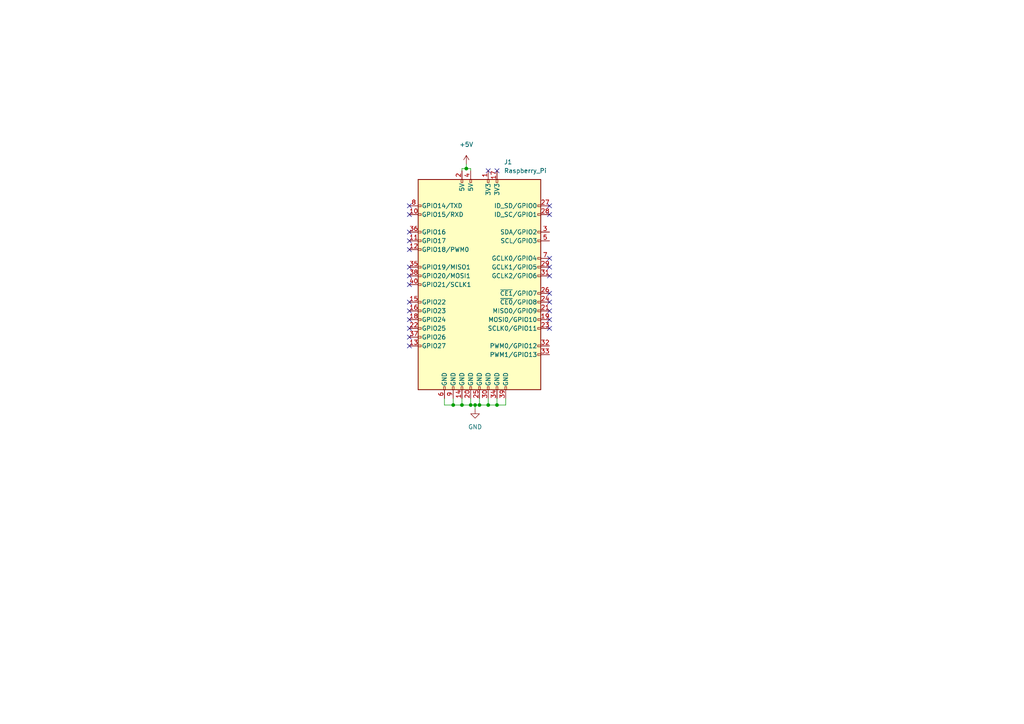
<source format=kicad_sch>
(kicad_sch (version 20211123) (generator eeschema)
  (paper "A4")
  (lib_symbols
    (symbol "Connector:Raspberry_Pi_2_3" (pin_names (offset 1.016))
      (property "Reference" "J" (at -17.78 31.75 0))
      (property "Value" "Raspberry_Pi_2_3" (at 10.16 -31.75 0))
      (symbol "Raspberry_Pi_2_3_0_1"
        (rectangle (start -17.78 30.48) (end 17.78 -30.48) (stroke (width 0.254)) (fill (type background)))
      )
      (symbol "Raspberry_Pi_2_3_1_1"
        (rectangle (start -16.891 -17.526) (end -17.78 -18.034))
        (rectangle (start -16.891 -14.986) (end -17.78 -15.494))
        (rectangle (start -16.891 -12.446) (end -17.78 -12.954))
        (rectangle (start -16.891 -9.906) (end -17.78 -10.414))
        (rectangle (start -16.891 -7.366) (end -17.78 -7.874))
        (rectangle (start -16.891 -4.826) (end -17.78 -5.334))
        (rectangle (start -16.891 0.254) (end -17.78 -0.254))
        (rectangle (start -16.891 2.794) (end -17.78 2.286))
        (rectangle (start -16.891 5.334) (end -17.78 4.826))
        (rectangle (start -16.891 10.414) (end -17.78 9.906))
        (rectangle (start -16.891 12.954) (end -17.78 12.446))
        (rectangle (start -16.891 15.494) (end -17.78 14.986))
        (rectangle (start -16.891 20.574) (end -17.78 20.066))
        (rectangle (start -16.891 23.114) (end -17.78 22.606))
        (rectangle (start -10.414 -29.591) (end -9.906 -30.48))
        (rectangle (start -7.874 -29.591) (end -7.366 -30.48))
        (rectangle (start -5.334 -29.591) (end -4.826 -30.48))
        (rectangle (start -5.334 30.48) (end -4.826 29.591))
        (rectangle (start -2.794 -29.591) (end -2.286 -30.48))
        (rectangle (start -2.794 30.48) (end -2.286 29.591))
        (rectangle (start -0.254 -29.591) (end 0.254 -30.48))
        (rectangle (start 2.286 -29.591) (end 2.794 -30.48))
        (rectangle (start 2.286 30.48) (end 2.794 29.591))
        (rectangle (start 4.826 -29.591) (end 5.334 -30.48))
        (rectangle (start 4.826 30.48) (end 5.334 29.591))
        (rectangle (start 7.366 -29.591) (end 7.874 -30.48))
        (rectangle (start 17.78 -20.066) (end 16.891 -20.574))
        (rectangle (start 17.78 -17.526) (end 16.891 -18.034))
        (rectangle (start 17.78 -12.446) (end 16.891 -12.954))
        (rectangle (start 17.78 -9.906) (end 16.891 -10.414))
        (rectangle (start 17.78 -7.366) (end 16.891 -7.874))
        (rectangle (start 17.78 -4.826) (end 16.891 -5.334))
        (rectangle (start 17.78 -2.286) (end 16.891 -2.794))
        (rectangle (start 17.78 2.794) (end 16.891 2.286))
        (rectangle (start 17.78 5.334) (end 16.891 4.826))
        (rectangle (start 17.78 7.874) (end 16.891 7.366))
        (rectangle (start 17.78 12.954) (end 16.891 12.446))
        (rectangle (start 17.78 15.494) (end 16.891 14.986))
        (rectangle (start 17.78 20.574) (end 16.891 20.066))
        (rectangle (start 17.78 23.114) (end 16.891 22.606))
        (pin power_in line (at 2.54 33.02 270) (length 2.54) (name "3V3") (number "1"))
        (pin bidirectional line (at -20.32 20.32 0) (length 2.54) (name "GPIO15/RXD") (number "10"))
        (pin bidirectional line (at -20.32 12.7 0) (length 2.54) (name "GPIO17") (number "11"))
        (pin bidirectional line (at -20.32 10.16 0) (length 2.54) (name "GPIO18/PWM0") (number "12"))
        (pin bidirectional line (at -20.32 -17.78 0) (length 2.54) (name "GPIO27") (number "13"))
        (pin power_in line (at -5.08 -33.02 90) (length 2.54) (name "GND") (number "14"))
        (pin bidirectional line (at -20.32 -5.08 0) (length 2.54) (name "GPIO22") (number "15"))
        (pin bidirectional line (at -20.32 -7.62 0) (length 2.54) (name "GPIO23") (number "16"))
        (pin power_in line (at 5.08 33.02 270) (length 2.54) (name "3V3") (number "17"))
        (pin bidirectional line (at -20.32 -10.16 0) (length 2.54) (name "GPIO24") (number "18"))
        (pin bidirectional line (at 20.32 -10.16 180) (length 2.54) (name "MOSI0/GPIO10") (number "19"))
        (pin power_in line (at -5.08 33.02 270) (length 2.54) (name "5V") (number "2"))
        (pin power_in line (at -2.54 -33.02 90) (length 2.54) (name "GND") (number "20"))
        (pin bidirectional line (at 20.32 -7.62 180) (length 2.54) (name "MISO0/GPIO9") (number "21"))
        (pin bidirectional line (at -20.32 -12.7 0) (length 2.54) (name "GPIO25") (number "22"))
        (pin bidirectional line (at 20.32 -12.7 180) (length 2.54) (name "SCLK0/GPIO11") (number "23"))
        (pin bidirectional line (at 20.32 -5.08 180) (length 2.54) (name "~{CE0}/GPIO8") (number "24"))
        (pin power_in line (at 0 -33.02 90) (length 2.54) (name "GND") (number "25"))
        (pin bidirectional line (at 20.32 -2.54 180) (length 2.54) (name "~{CE1}/GPIO7") (number "26"))
        (pin bidirectional line (at 20.32 22.86 180) (length 2.54) (name "ID_SD/GPIO0") (number "27"))
        (pin bidirectional line (at 20.32 20.32 180) (length 2.54) (name "ID_SC/GPIO1") (number "28"))
        (pin bidirectional line (at 20.32 5.08 180) (length 2.54) (name "GCLK1/GPIO5") (number "29"))
        (pin bidirectional line (at 20.32 15.24 180) (length 2.54) (name "SDA/GPIO2") (number "3"))
        (pin power_in line (at 2.54 -33.02 90) (length 2.54) (name "GND") (number "30"))
        (pin bidirectional line (at 20.32 2.54 180) (length 2.54) (name "GCLK2/GPIO6") (number "31"))
        (pin bidirectional line (at 20.32 -17.78 180) (length 2.54) (name "PWM0/GPIO12") (number "32"))
        (pin bidirectional line (at 20.32 -20.32 180) (length 2.54) (name "PWM1/GPIO13") (number "33"))
        (pin power_in line (at 5.08 -33.02 90) (length 2.54) (name "GND") (number "34"))
        (pin bidirectional line (at -20.32 5.08 0) (length 2.54) (name "GPIO19/MISO1") (number "35"))
        (pin bidirectional line (at -20.32 15.24 0) (length 2.54) (name "GPIO16") (number "36"))
        (pin bidirectional line (at -20.32 -15.24 0) (length 2.54) (name "GPIO26") (number "37"))
        (pin bidirectional line (at -20.32 2.54 0) (length 2.54) (name "GPIO20/MOSI1") (number "38"))
        (pin power_in line (at 7.62 -33.02 90) (length 2.54) (name "GND") (number "39"))
        (pin power_in line (at -2.54 33.02 270) (length 2.54) (name "5V") (number "4"))
        (pin bidirectional line (at -20.32 0 0) (length 2.54) (name "GPIO21/SCLK1") (number "40"))
        (pin bidirectional line (at 20.32 12.7 180) (length 2.54) (name "SCL/GPIO3") (number "5"))
        (pin power_in line (at -10.16 -33.02 90) (length 2.54) (name "GND") (number "6"))
        (pin bidirectional line (at 20.32 7.62 180) (length 2.54) (name "GCLK0/GPIO4") (number "7"))
        (pin bidirectional line (at -20.32 22.86 0) (length 2.54) (name "GPIO14/TXD") (number "8"))
        (pin power_in line (at -7.62 -33.02 90) (length 2.54) (name "GND") (number "9"))
      )
    )
    (symbol "power:+5V" (power) (pin_names (offset 0))
      (property "Value" "+5V" (at 0 3.556 0))
      (symbol "+5V_0_1"
        (polyline (pts (xy -0.762 1.27) (xy 0 2.54)))
        (polyline (pts (xy 0 0) (xy 0 2.54)))
        (polyline (pts (xy 0 2.54) (xy 0.762 1.27)))
      )
      (symbol "+5V_1_1"
        (pin power_in line (at 0 0 90) (length 0) hide (name "+5V") (number "1"))
      )
    )
    (symbol "power:GND" (power) (pin_names (offset 0))
      (property "Value" "GND" (at 0 -3.81 0))
      (symbol "GND_0_1"
        (polyline (pts (xy 0 0) (xy 0 -1.27) (xy 1.27 -1.27) (xy 0 -2.54) (xy -1.27 -1.27) (xy 0 -1.27)))
      )
      (symbol "GND_1_1"
        (pin power_in line (at 0 0 270) (length 0) hide (name "GND") (number "1"))
      )
    )
  )
  (junction (at 133.985 117.475))
  (junction (at 137.795 117.475))
  (junction (at 131.445 117.475))
  (junction (at 141.605 117.475))
  (junction (at 139.065 117.475))
  (junction (at 136.525 117.475))
  (junction (at 144.145 117.475))
  (junction (at 135.255 48.895))
  (no_connect (at 141.605 49.53))
  (no_connect (at 144.145 49.53))
  (no_connect (at 118.745 59.69))
  (no_connect (at 118.745 62.23))
  (no_connect (at 118.745 67.31))
  (no_connect (at 118.745 69.85))
  (no_connect (at 118.745 97.79))
  (no_connect (at 118.745 72.39))
  (no_connect (at 118.745 77.47))
  (no_connect (at 118.745 80.01))
  (no_connect (at 118.745 82.55))
  (no_connect (at 118.745 87.63))
  (no_connect (at 118.745 90.17))
  (no_connect (at 118.745 92.71))
  (no_connect (at 118.745 95.25))
  (no_connect (at 118.745 100.33))
  (no_connect (at 159.385 95.25))
  (no_connect (at 159.385 92.71))
  (no_connect (at 159.385 74.93))
  (no_connect (at 159.385 62.23))
  (no_connect (at 159.385 59.69))
  (no_connect (at 159.385 90.17))
  (no_connect (at 159.385 87.63))
  (no_connect (at 159.385 85.09))
  (no_connect (at 159.385 80.01))
  (no_connect (at 159.385 77.47))
  (wire (pts (xy 141.605 115.57) (xy 141.605 117.475)))
  (wire (pts (xy 141.605 117.475) (xy 139.065 117.475)))
  (wire (pts (xy 144.145 117.475) (xy 141.605 117.475)))
  (wire (pts (xy 133.985 49.53) (xy 133.985 48.895)))
  (wire (pts (xy 139.065 115.57) (xy 139.065 117.475)))
  (wire (pts (xy 139.065 117.475) (xy 137.795 117.475)))
  (wire (pts (xy 137.795 118.745) (xy 137.795 117.475)))
  (wire (pts (xy 133.985 115.57) (xy 133.985 117.475)))
  (wire (pts (xy 136.525 49.53) (xy 136.525 48.895)))
  (wire (pts (xy 135.255 48.895) (xy 135.255 47.625)))
  (wire (pts (xy 128.905 115.57) (xy 128.905 117.475)))
  (wire (pts (xy 146.685 117.475) (xy 144.145 117.475)))
  (wire (pts (xy 133.985 117.475) (xy 136.525 117.475)))
  (wire (pts (xy 137.795 117.475) (xy 136.525 117.475)))
  (wire (pts (xy 136.525 117.475) (xy 136.525 115.57)))
  (wire (pts (xy 144.145 115.57) (xy 144.145 117.475)))
  (wire (pts (xy 131.445 115.57) (xy 131.445 117.475)))
  (wire (pts (xy 146.685 115.57) (xy 146.685 117.475)))
  (wire (pts (xy 131.445 117.475) (xy 133.985 117.475)))
  (wire (pts (xy 136.525 48.895) (xy 135.255 48.895)))
  (wire (pts (xy 133.985 48.895) (xy 135.255 48.895)))
  (wire (pts (xy 128.905 117.475) (xy 131.445 117.475)))
  (symbol (lib_id "power:+5V") (at 135.255 47.625 0) (unit 1)
    (property "Reference" "#PWR?" (effects hide))
    (property "Value" "+5V" (at 135.255 41.91 0))
  )
  (symbol (lib_id "power:GND") (at 137.795 118.745 0) (unit 1)
    (property "Reference" "#PWR?" (effects hide))
    (property "Value" "GND" (at 137.795 123.825 0))
  )
  (symbol (lib_id "Connector:Raspberry_Pi_2_3") (at 139.065 82.55 0) (unit 1)
    (property "Reference" "J1" (at 146.1644 46.99 0) (effects (justify left)))
    (property "Value" "Raspberry_Pi" (at 146.1644 49.53 0) (effects (justify left)))
    (property "Footprint" "Connector_PinSocket_2.54mm:PinSocket_2x20_P2.54mm_Vertical" (effects hide))
    (property "Datasheet" "https://www.raspberrypi.org/documentation/hardware/raspberrypi/schematics/rpi_SCH_3bplus_1p0_reduced.pdf" (effects hide))
  )
)
</source>
